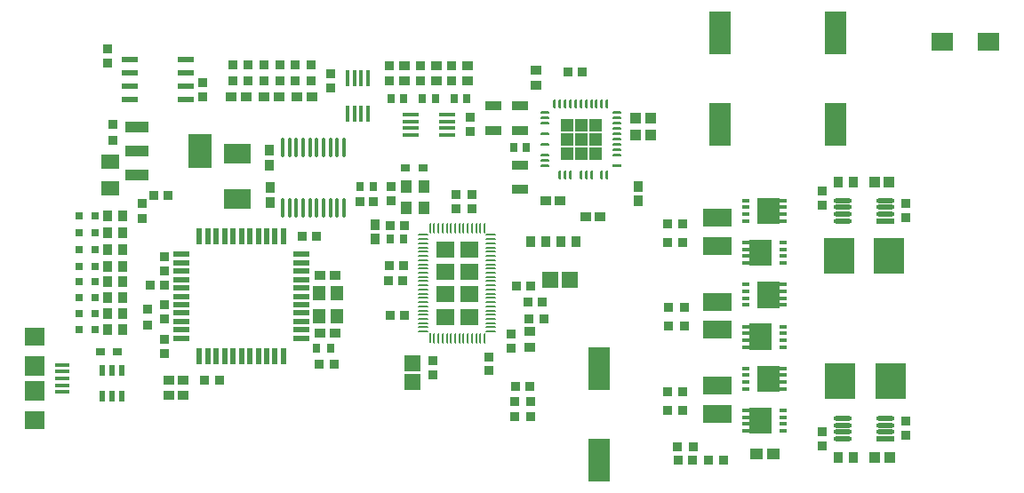
<source format=gbr>
%TF.GenerationSoftware,Altium Limited,Altium Designer,23.4.1 (23)*%
G04 Layer_Color=8421504*
%FSLAX43Y43*%
%MOMM*%
%TF.SameCoordinates,F1D85D2B-AD7B-4026-9487-DA5914AD0DFB*%
%TF.FilePolarity,Positive*%
%TF.FileFunction,Paste,Top*%
%TF.Part,Single*%
G01*
G75*
%TA.AperFunction,SMDPad,CuDef*%
%ADD10R,0.900X1.050*%
%ADD11R,0.800X0.800*%
%ADD12R,0.912X0.958*%
%ADD13R,0.850X0.950*%
%ADD14R,2.000X4.100*%
G04:AMPARAMS|DCode=15|XSize=1.554mm|YSize=0.376mm|CornerRadius=0.188mm|HoleSize=0mm|Usage=FLASHONLY|Rotation=90.000|XOffset=0mm|YOffset=0mm|HoleType=Round|Shape=RoundedRectangle|*
%AMROUNDEDRECTD15*
21,1,1.554,0.000,0,0,90.0*
21,1,1.178,0.376,0,0,90.0*
1,1,0.376,0.000,0.589*
1,1,0.376,0.000,-0.589*
1,1,0.376,0.000,-0.589*
1,1,0.376,0.000,0.589*
%
%ADD15ROUNDEDRECTD15*%
%ADD16R,0.376X1.554*%
G04:AMPARAMS|DCode=17|XSize=1.554mm|YSize=0.376mm|CornerRadius=0.188mm|HoleSize=0mm|Usage=FLASHONLY|Rotation=0.000|XOffset=0mm|YOffset=0mm|HoleType=Round|Shape=RoundedRectangle|*
%AMROUNDEDRECTD17*
21,1,1.554,0.000,0,0,0.0*
21,1,1.178,0.376,0,0,0.0*
1,1,0.376,0.589,0.000*
1,1,0.376,-0.589,0.000*
1,1,0.376,-0.589,0.000*
1,1,0.376,0.589,0.000*
%
%ADD17ROUNDEDRECTD17*%
%ADD18R,1.554X0.376*%
%ADD19R,1.050X0.900*%
%ADD20R,0.950X0.950*%
%ADD21R,0.750X0.900*%
%ADD22R,1.550X0.950*%
%ADD23R,1.800X1.400*%
%ADD24R,2.100X1.800*%
%ADD25R,0.957X0.962*%
%ADD26O,0.350X2.000*%
%ADD28R,0.950X0.850*%
%ADD29R,0.950X0.700*%
%ADD30R,0.610X1.118*%
%ADD31R,1.350X0.400*%
%ADD32R,1.900X1.900*%
%ADD33R,1.900X1.800*%
%ADD34R,2.600X1.900*%
%ADD35R,1.550X0.600*%
%ADD36R,2.200X1.000*%
%ADD37R,2.200X3.300*%
%ADD38R,1.006X0.958*%
%ADD39R,0.750X0.850*%
%ADD40R,0.958X0.912*%
%ADD41R,1.007X0.958*%
%ADD42R,0.958X1.007*%
%ADD43R,1.200X1.400*%
%ADD44R,1.500X0.550*%
%ADD45R,0.550X1.500*%
G04:AMPARAMS|DCode=46|XSize=0.254mm|YSize=0.889mm|CornerRadius=0.095mm|HoleSize=0mm|Usage=FLASHONLY|Rotation=90.000|XOffset=0mm|YOffset=0mm|HoleType=Round|Shape=RoundedRectangle|*
%AMROUNDEDRECTD46*
21,1,0.254,0.699,0,0,90.0*
21,1,0.064,0.889,0,0,90.0*
1,1,0.191,0.349,0.032*
1,1,0.191,0.349,-0.032*
1,1,0.191,-0.349,-0.032*
1,1,0.191,-0.349,0.032*
%
%ADD46ROUNDEDRECTD46*%
G04:AMPARAMS|DCode=47|XSize=0.254mm|YSize=0.889mm|CornerRadius=0.095mm|HoleSize=0mm|Usage=FLASHONLY|Rotation=0.000|XOffset=0mm|YOffset=0mm|HoleType=Round|Shape=RoundedRectangle|*
%AMROUNDEDRECTD47*
21,1,0.254,0.699,0,0,0.0*
21,1,0.064,0.889,0,0,0.0*
1,1,0.191,0.032,-0.349*
1,1,0.191,-0.032,-0.349*
1,1,0.191,-0.032,0.349*
1,1,0.191,0.032,0.349*
%
%ADD47ROUNDEDRECTD47*%
G04:AMPARAMS|DCode=49|XSize=0.192mm|YSize=0.96mm|CornerRadius=0.096mm|HoleSize=0mm|Usage=FLASHONLY|Rotation=90.000|XOffset=0mm|YOffset=0mm|HoleType=Round|Shape=RoundedRectangle|*
%AMROUNDEDRECTD49*
21,1,0.192,0.768,0,0,90.0*
21,1,0.000,0.960,0,0,90.0*
1,1,0.192,0.384,0.000*
1,1,0.192,0.384,0.000*
1,1,0.192,-0.384,0.000*
1,1,0.192,-0.384,0.000*
%
%ADD49ROUNDEDRECTD49*%
G04:AMPARAMS|DCode=50|XSize=0.192mm|YSize=0.961mm|CornerRadius=0.096mm|HoleSize=0mm|Usage=FLASHONLY|Rotation=90.000|XOffset=0mm|YOffset=0mm|HoleType=Round|Shape=RoundedRectangle|*
%AMROUNDEDRECTD50*
21,1,0.192,0.769,0,0,90.0*
21,1,0.000,0.961,0,0,90.0*
1,1,0.192,0.384,0.000*
1,1,0.192,0.384,0.000*
1,1,0.192,-0.384,0.000*
1,1,0.192,-0.384,0.000*
%
%ADD50ROUNDEDRECTD50*%
G04:AMPARAMS|DCode=51|XSize=0.961mm|YSize=0.192mm|CornerRadius=0.096mm|HoleSize=0mm|Usage=FLASHONLY|Rotation=90.000|XOffset=0mm|YOffset=0mm|HoleType=Round|Shape=RoundedRectangle|*
%AMROUNDEDRECTD51*
21,1,0.961,0.000,0,0,90.0*
21,1,0.769,0.192,0,0,90.0*
1,1,0.192,0.000,0.384*
1,1,0.192,0.000,-0.384*
1,1,0.192,0.000,-0.384*
1,1,0.192,0.000,0.384*
%
%ADD51ROUNDEDRECTD51*%
%ADD52C,0.173*%
%ADD54R,0.950X0.950*%
%ADD55R,1.306X1.058*%
%ADD56R,0.912X1.058*%
%ADD57R,1.550X1.500*%
%ADD58R,1.500X1.550*%
%ADD59R,1.050X1.100*%
%ADD60R,1.058X1.012*%
%ADD61R,1.058X0.912*%
%ADD62R,1.100X1.300*%
%ADD63R,2.955X3.506*%
%ADD64R,0.660X0.381*%
%ADD65R,2.804X1.653*%
G04:AMPARAMS|DCode=66|XSize=1.754mm|YSize=0.476mm|CornerRadius=0.238mm|HoleSize=0mm|Usage=FLASHONLY|Rotation=180.000|XOffset=0mm|YOffset=0mm|HoleType=Round|Shape=RoundedRectangle|*
%AMROUNDEDRECTD66*
21,1,1.754,0.000,0,0,180.0*
21,1,1.278,0.476,0,0,180.0*
1,1,0.476,-0.639,0.000*
1,1,0.476,0.639,0.000*
1,1,0.476,0.639,0.000*
1,1,0.476,-0.639,0.000*
%
%ADD66ROUNDEDRECTD66*%
%ADD67R,1.754X0.476*%
%TA.AperFunction,NonConductor*%
%ADD105R,1.760X1.617*%
%TA.AperFunction,SMDPad,CuDef*%
%ADD106R,0.025X0.025*%
G36*
X55522Y34859D02*
X54359D01*
Y36022D01*
X55522D01*
Y34859D01*
D02*
G37*
G36*
X54159D02*
X52995D01*
Y36022D01*
X54159D01*
Y34859D01*
D02*
G37*
G36*
X52795D02*
X51632D01*
Y36022D01*
X52795D01*
Y34859D01*
D02*
G37*
G36*
X55522Y33495D02*
X54359D01*
Y34659D01*
X55522D01*
Y33495D01*
D02*
G37*
G36*
X54159D02*
X52995D01*
Y34659D01*
X54159D01*
Y33495D01*
D02*
G37*
G36*
X52795D02*
X51632D01*
Y34659D01*
X52795D01*
Y33495D01*
D02*
G37*
G36*
X55522Y32132D02*
X54359D01*
Y33295D01*
X55522D01*
Y32132D01*
D02*
G37*
G36*
X54159D02*
X52995D01*
Y33295D01*
X54159D01*
Y32132D01*
D02*
G37*
G36*
X52795D02*
X51632D01*
Y33295D01*
X52795D01*
Y32132D01*
D02*
G37*
G36*
X57438Y31450D02*
X56644D01*
X56625Y31450D01*
X56590Y31464D01*
X56563Y31491D01*
X56549Y31526D01*
Y31545D01*
Y31545D01*
Y31609D01*
Y31628D01*
X56563Y31663D01*
X56590Y31689D01*
X56625Y31704D01*
X57438D01*
Y31450D01*
D02*
G37*
G36*
X72475Y26032D02*
X70367D01*
Y28522D01*
X72475D01*
Y26032D01*
D02*
G37*
G36*
X71687Y22032D02*
X69579D01*
Y24522D01*
X71687D01*
Y22032D01*
D02*
G37*
G36*
X72475Y18032D02*
X70367D01*
Y20522D01*
X72475D01*
Y18032D01*
D02*
G37*
G36*
X39232Y15616D02*
X39259Y15589D01*
X39273Y15554D01*
Y15535D01*
Y14671D01*
X39081D01*
Y15535D01*
Y15554D01*
X39095Y15589D01*
X39122Y15616D01*
X39158Y15631D01*
X39196D01*
X39232Y15616D01*
D02*
G37*
G36*
X71687Y14032D02*
X69579D01*
Y16522D01*
X71687D01*
Y14032D01*
D02*
G37*
G36*
X72475Y10032D02*
X70367D01*
Y12522D01*
X72475D01*
Y10032D01*
D02*
G37*
G36*
X71687Y6032D02*
X69579D01*
Y8522D01*
X71687D01*
Y6032D01*
D02*
G37*
D10*
X8475Y16000D02*
D03*
X9925D02*
D03*
X8475Y17500D02*
D03*
X9925D02*
D03*
X8475Y19000D02*
D03*
X9925D02*
D03*
X8475Y20500D02*
D03*
X9925D02*
D03*
X8475Y25200D02*
D03*
X9925D02*
D03*
X48775Y24300D02*
D03*
X50225D02*
D03*
X51675D02*
D03*
X53125D02*
D03*
X9925Y26800D02*
D03*
X8475D02*
D03*
X9925Y22000D02*
D03*
X8475D02*
D03*
X9925Y23600D02*
D03*
X8475D02*
D03*
X78052Y3777D02*
D03*
X79502D02*
D03*
X78052Y30027D02*
D03*
X79502D02*
D03*
D11*
X5750Y26800D02*
D03*
X7250D02*
D03*
X7250Y16000D02*
D03*
X5750D02*
D03*
X7250Y17500D02*
D03*
X5750D02*
D03*
X7250Y20500D02*
D03*
X5750D02*
D03*
X7250Y19000D02*
D03*
X5750D02*
D03*
X7250Y23600D02*
D03*
X5750D02*
D03*
X7250Y25200D02*
D03*
X5750D02*
D03*
X5750Y22000D02*
D03*
X7250D02*
D03*
D12*
X11750Y27954D02*
D03*
Y26500D02*
D03*
X9000Y34023D02*
D03*
Y35477D02*
D03*
X12250Y17877D02*
D03*
Y16423D02*
D03*
D13*
X12900Y28750D02*
D03*
X14250D02*
D03*
X32475Y28150D02*
D03*
X33825D02*
D03*
X28350Y24850D02*
D03*
X27000D02*
D03*
X13925Y20150D02*
D03*
X12575D02*
D03*
X64152Y3527D02*
D03*
X62802D02*
D03*
X47302Y10577D02*
D03*
X48652D02*
D03*
X48502Y18577D02*
D03*
X49852D02*
D03*
X52302Y40477D02*
D03*
X53652D02*
D03*
X35402Y25877D02*
D03*
X36752D02*
D03*
X35275Y22050D02*
D03*
X36625D02*
D03*
X35375Y17350D02*
D03*
X36725D02*
D03*
X48752Y20077D02*
D03*
X47402D02*
D03*
X36600Y20650D02*
D03*
X35250D02*
D03*
D14*
X55300Y12250D02*
D03*
Y3550D02*
D03*
X77800Y44250D02*
D03*
Y35550D02*
D03*
X66800Y44250D02*
D03*
Y35550D02*
D03*
D15*
X31975Y39900D02*
D03*
X32625D02*
D03*
X33275D02*
D03*
X32625Y36500D02*
D03*
X31975D02*
D03*
X33275D02*
D03*
X31325Y39900D02*
D03*
D16*
Y36500D02*
D03*
D17*
X40777Y36452D02*
D03*
X37377Y34502D02*
D03*
Y35802D02*
D03*
Y35152D02*
D03*
X40777Y34502D02*
D03*
Y35152D02*
D03*
Y35802D02*
D03*
D18*
X37377Y36452D02*
D03*
D19*
X42777Y39652D02*
D03*
Y41102D02*
D03*
X39777Y39652D02*
D03*
Y41102D02*
D03*
X36777Y39627D02*
D03*
Y41077D02*
D03*
X49277Y39252D02*
D03*
Y40702D02*
D03*
X48700Y15750D02*
D03*
Y14300D02*
D03*
D20*
X41277Y39627D02*
D03*
Y41127D02*
D03*
X38277Y39627D02*
D03*
Y41127D02*
D03*
X35277Y39627D02*
D03*
Y41127D02*
D03*
X23377Y41177D02*
D03*
Y39677D02*
D03*
X47277Y7627D02*
D03*
Y9127D02*
D03*
X48777Y9127D02*
D03*
Y7627D02*
D03*
X21877Y41177D02*
D03*
Y39677D02*
D03*
X27877Y41177D02*
D03*
Y39677D02*
D03*
X24877Y41177D02*
D03*
Y39677D02*
D03*
X26377Y41177D02*
D03*
Y39677D02*
D03*
X20377Y41177D02*
D03*
Y39677D02*
D03*
D21*
X35477Y37977D02*
D03*
X36677D02*
D03*
X38477Y37977D02*
D03*
X39677D02*
D03*
X42677D02*
D03*
X41477D02*
D03*
X47177Y33277D02*
D03*
X48377D02*
D03*
D22*
X47777Y37252D02*
D03*
Y34902D02*
D03*
X45177Y37252D02*
D03*
Y34902D02*
D03*
X47777Y31652D02*
D03*
Y29302D02*
D03*
D23*
X8750Y29400D02*
D03*
Y32000D02*
D03*
D24*
X88000Y43400D02*
D03*
X92400D02*
D03*
D25*
X61776Y10027D02*
D03*
X63278D02*
D03*
X61776Y8277D02*
D03*
X63278D02*
D03*
X63428Y18077D02*
D03*
X61926D02*
D03*
X63428Y16327D02*
D03*
X61926D02*
D03*
X63278Y26027D02*
D03*
X61776D02*
D03*
X63277Y24277D02*
D03*
X61775D02*
D03*
D26*
X31000Y27550D02*
D03*
X25150Y33350D02*
D03*
X31000D02*
D03*
X30350D02*
D03*
X29700D02*
D03*
X29050D02*
D03*
X28400D02*
D03*
X27750D02*
D03*
X27100D02*
D03*
X26450D02*
D03*
X25800D02*
D03*
X30350Y27550D02*
D03*
X29700D02*
D03*
X29050D02*
D03*
X28400D02*
D03*
X27750D02*
D03*
X27100D02*
D03*
X26450D02*
D03*
X25800D02*
D03*
X25150D02*
D03*
D28*
X76527Y4852D02*
D03*
Y6202D02*
D03*
Y29202D02*
D03*
Y27852D02*
D03*
X17550Y38175D02*
D03*
Y39525D02*
D03*
X8500Y42675D02*
D03*
Y41325D02*
D03*
X13850Y18300D02*
D03*
Y16950D02*
D03*
X13850Y21575D02*
D03*
Y22925D02*
D03*
X29700Y40375D02*
D03*
Y39025D02*
D03*
X42977Y34802D02*
D03*
Y36152D02*
D03*
X35477Y29552D02*
D03*
Y28202D02*
D03*
X43177Y28852D02*
D03*
Y27502D02*
D03*
X39500Y11625D02*
D03*
Y12975D02*
D03*
X44800Y12025D02*
D03*
Y13375D02*
D03*
X46877Y15552D02*
D03*
Y14202D02*
D03*
X41677Y27502D02*
D03*
Y28852D02*
D03*
X84527Y7202D02*
D03*
Y5852D02*
D03*
X84527Y27952D02*
D03*
Y26602D02*
D03*
X13850Y13675D02*
D03*
Y15025D02*
D03*
D29*
X9425Y13800D02*
D03*
X7775D02*
D03*
X38502Y31377D02*
D03*
X36852D02*
D03*
D30*
X8900Y12100D02*
D03*
X7950D02*
D03*
X9850D02*
D03*
Y9600D02*
D03*
X7950D02*
D03*
X8900D02*
D03*
D31*
X4175Y12600D02*
D03*
Y11950D02*
D03*
Y11300D02*
D03*
Y10000D02*
D03*
Y10650D02*
D03*
D32*
X1500Y12500D02*
D03*
Y10100D02*
D03*
D33*
Y15300D02*
D03*
Y7300D02*
D03*
D34*
X20850Y28400D02*
D03*
Y32700D02*
D03*
D35*
X10550Y37845D02*
D03*
Y39115D02*
D03*
Y40385D02*
D03*
X15950Y41655D02*
D03*
Y37845D02*
D03*
Y39115D02*
D03*
X10550Y41655D02*
D03*
X15950Y40385D02*
D03*
D36*
X11250Y33000D02*
D03*
Y30700D02*
D03*
Y35300D02*
D03*
D37*
X17250Y33000D02*
D03*
D38*
X15701Y11100D02*
D03*
X14299D02*
D03*
X15701Y9700D02*
D03*
X14299D02*
D03*
D39*
X33800Y29550D02*
D03*
X32500D02*
D03*
X36684Y24635D02*
D03*
X35385D02*
D03*
X28400Y14150D02*
D03*
X29700D02*
D03*
D40*
X28623Y12650D02*
D03*
X30077D02*
D03*
X19177Y11150D02*
D03*
X17723D02*
D03*
D41*
X30176Y15650D02*
D03*
X28724D02*
D03*
X28724Y21150D02*
D03*
X30176D02*
D03*
X24803Y38127D02*
D03*
X23351D02*
D03*
X27929Y38127D02*
D03*
X26477D02*
D03*
X21677D02*
D03*
X20225D02*
D03*
D42*
X23850Y31624D02*
D03*
Y33076D02*
D03*
X23950Y28024D02*
D03*
Y29476D02*
D03*
D43*
X30300Y17250D02*
D03*
X28600Y19450D02*
D03*
X30300D02*
D03*
X28600Y17250D02*
D03*
D44*
X15527Y17527D02*
D03*
Y18327D02*
D03*
Y19127D02*
D03*
Y19927D02*
D03*
Y20727D02*
D03*
Y21527D02*
D03*
X26927Y23127D02*
D03*
Y22327D02*
D03*
Y21527D02*
D03*
Y20727D02*
D03*
Y19927D02*
D03*
Y19127D02*
D03*
Y18327D02*
D03*
Y15927D02*
D03*
Y15127D02*
D03*
X15527Y15927D02*
D03*
Y22327D02*
D03*
X26927Y17527D02*
D03*
X15527Y15127D02*
D03*
Y16727D02*
D03*
Y23127D02*
D03*
X26927Y16727D02*
D03*
D45*
X17227Y24827D02*
D03*
X18027D02*
D03*
X18827D02*
D03*
X19627D02*
D03*
X20427D02*
D03*
X21227D02*
D03*
X22027D02*
D03*
X22827D02*
D03*
X23627D02*
D03*
X25227Y13427D02*
D03*
X24427D02*
D03*
X23627D02*
D03*
X22827D02*
D03*
X22027D02*
D03*
X21227D02*
D03*
X19627D02*
D03*
X18827D02*
D03*
X18027D02*
D03*
X17227D02*
D03*
X25227Y24827D02*
D03*
X20427Y13427D02*
D03*
X24427Y24827D02*
D03*
D46*
X56993Y33077D02*
D03*
Y33577D02*
D03*
Y34077D02*
D03*
Y34577D02*
D03*
Y35077D02*
D03*
Y36577D02*
D03*
X50161D02*
D03*
Y36077D02*
D03*
Y35577D02*
D03*
Y34577D02*
D03*
Y33577D02*
D03*
Y32577D02*
D03*
Y32077D02*
D03*
Y31577D02*
D03*
X56993Y32577D02*
D03*
Y35577D02*
D03*
Y36077D02*
D03*
D47*
X56077Y37493D02*
D03*
X55577D02*
D03*
X55077D02*
D03*
X54577D02*
D03*
X54077D02*
D03*
X53077D02*
D03*
X52577D02*
D03*
X52077D02*
D03*
X51577D02*
D03*
Y30661D02*
D03*
X52077D02*
D03*
X52577D02*
D03*
X53577D02*
D03*
X54077D02*
D03*
X54577D02*
D03*
X55577D02*
D03*
X56077D02*
D03*
X51077Y37493D02*
D03*
X53577D02*
D03*
D49*
X38551Y15777D02*
D03*
D50*
X38551Y16177D02*
D03*
Y16577D02*
D03*
Y17777D02*
D03*
Y18177D02*
D03*
Y18577D02*
D03*
Y18977D02*
D03*
Y19377D02*
D03*
Y19777D02*
D03*
Y20177D02*
D03*
Y20577D02*
D03*
Y20977D02*
D03*
Y22977D02*
D03*
Y23377D02*
D03*
Y23777D02*
D03*
Y24177D02*
D03*
X45003Y24977D02*
D03*
Y24577D02*
D03*
Y24177D02*
D03*
Y23777D02*
D03*
Y23377D02*
D03*
Y22977D02*
D03*
Y22577D02*
D03*
Y22177D02*
D03*
Y21777D02*
D03*
Y21377D02*
D03*
Y20977D02*
D03*
Y20577D02*
D03*
Y20177D02*
D03*
Y19777D02*
D03*
Y18577D02*
D03*
Y18177D02*
D03*
Y17777D02*
D03*
Y17377D02*
D03*
Y16977D02*
D03*
Y16577D02*
D03*
Y16177D02*
D03*
Y15777D02*
D03*
X38551Y16977D02*
D03*
Y21377D02*
D03*
Y22177D02*
D03*
Y22577D02*
D03*
Y24577D02*
D03*
Y24977D02*
D03*
X45003Y19377D02*
D03*
X38551Y17377D02*
D03*
Y21777D02*
D03*
X45003Y18977D02*
D03*
D51*
X39577Y25602D02*
D03*
X39977D02*
D03*
X40377D02*
D03*
X40777D02*
D03*
X41177D02*
D03*
X41577D02*
D03*
X41977D02*
D03*
X43177D02*
D03*
X43577D02*
D03*
X43977D02*
D03*
X44377D02*
D03*
X43577Y15151D02*
D03*
X43177D02*
D03*
X42777D02*
D03*
X42377D02*
D03*
X41977D02*
D03*
X41577D02*
D03*
X41177D02*
D03*
X40777D02*
D03*
X40377D02*
D03*
X42377Y25602D02*
D03*
X44377Y15151D02*
D03*
X39977D02*
D03*
X39177Y25602D02*
D03*
X42777D02*
D03*
X43977Y15151D02*
D03*
X39577D02*
D03*
D52*
X39177Y15141D02*
D03*
D54*
X64250Y4800D02*
D03*
X62750D02*
D03*
X67177Y3527D02*
D03*
X65677D02*
D03*
X50077Y16977D02*
D03*
X48577D02*
D03*
D55*
X70301Y4077D02*
D03*
X71853D02*
D03*
D56*
X33977Y25981D02*
D03*
Y24627D02*
D03*
X58977Y28200D02*
D03*
Y29554D02*
D03*
D57*
X37477Y10977D02*
D03*
Y12777D02*
D03*
D58*
X52477Y20677D02*
D03*
X50677D02*
D03*
D59*
X81577Y3777D02*
D03*
X82977D02*
D03*
X81527Y30027D02*
D03*
X82927D02*
D03*
D60*
X58746Y34500D02*
D03*
X60200D02*
D03*
X58773Y36100D02*
D03*
X60227D02*
D03*
D61*
X51554Y28277D02*
D03*
X50200D02*
D03*
X54000Y26677D02*
D03*
X55354D02*
D03*
D62*
X38602Y29627D02*
D03*
Y27527D02*
D03*
X36952Y29627D02*
D03*
Y27527D02*
D03*
D63*
X83028Y11027D02*
D03*
X78277D02*
D03*
X82903Y23027D02*
D03*
X78151D02*
D03*
D64*
X69249Y10302D02*
D03*
X72805Y12252D02*
D03*
Y11602D02*
D03*
Y10952D02*
D03*
Y10302D02*
D03*
X69249Y10952D02*
D03*
Y11602D02*
D03*
Y12252D02*
D03*
X69249Y8252D02*
D03*
Y7602D02*
D03*
Y6952D02*
D03*
Y6302D02*
D03*
X72805D02*
D03*
Y6952D02*
D03*
Y7602D02*
D03*
Y8252D02*
D03*
X69249Y18302D02*
D03*
X72805Y20252D02*
D03*
Y19602D02*
D03*
Y18952D02*
D03*
Y18302D02*
D03*
X69249Y18952D02*
D03*
Y19602D02*
D03*
Y20252D02*
D03*
X72805Y16252D02*
D03*
Y15602D02*
D03*
Y14952D02*
D03*
Y14302D02*
D03*
X69249D02*
D03*
Y14952D02*
D03*
Y15602D02*
D03*
Y16252D02*
D03*
X69249Y26302D02*
D03*
X72805Y28252D02*
D03*
Y27602D02*
D03*
Y26952D02*
D03*
Y26302D02*
D03*
X69249Y26952D02*
D03*
Y27602D02*
D03*
Y28252D02*
D03*
X72805Y24252D02*
D03*
Y23602D02*
D03*
Y22952D02*
D03*
Y22302D02*
D03*
X69249D02*
D03*
Y22952D02*
D03*
Y23602D02*
D03*
Y24252D02*
D03*
D65*
X66527Y23952D02*
D03*
Y26602D02*
D03*
X66527Y15952D02*
D03*
Y18602D02*
D03*
X66527Y7952D02*
D03*
Y10602D02*
D03*
D66*
X78477Y5552D02*
D03*
Y6202D02*
D03*
Y7502D02*
D03*
X82577D02*
D03*
Y6852D02*
D03*
Y6202D02*
D03*
X78477Y6852D02*
D03*
X78477Y26302D02*
D03*
Y26952D02*
D03*
Y28252D02*
D03*
X82577D02*
D03*
Y27602D02*
D03*
Y26952D02*
D03*
X78477Y27602D02*
D03*
D67*
X82577Y5552D02*
D03*
X82577Y26302D02*
D03*
D105*
X42921Y23592D02*
D03*
Y21448D02*
D03*
X42921Y19305D02*
D03*
Y17162D02*
D03*
X40634Y23592D02*
D03*
Y21448D02*
D03*
X40634Y19305D02*
D03*
Y17162D02*
D03*
D106*
X53577Y34077D02*
D03*
%TF.MD5,92432879be9123255146d439a70b0e23*%
M02*

</source>
